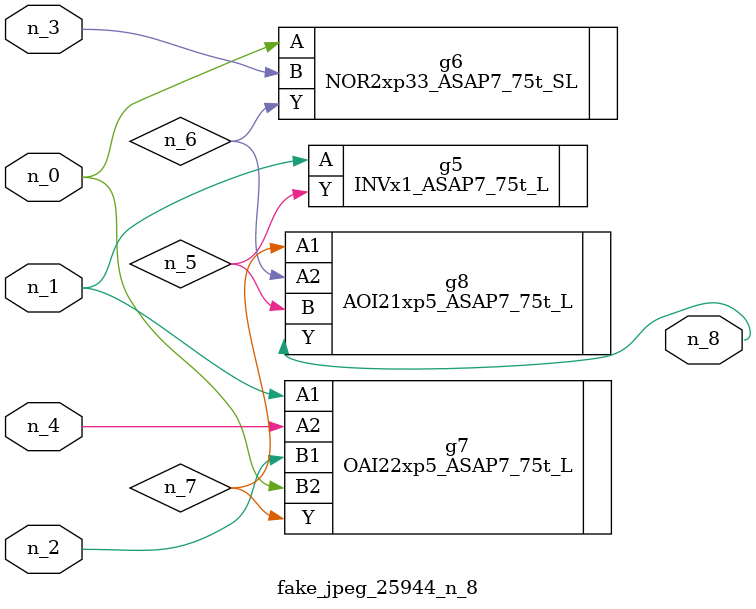
<source format=v>
module fake_jpeg_25944_n_8 (n_3, n_2, n_1, n_0, n_4, n_8);

input n_3;
input n_2;
input n_1;
input n_0;
input n_4;

output n_8;

wire n_6;
wire n_5;
wire n_7;

INVx1_ASAP7_75t_L g5 ( 
.A(n_1),
.Y(n_5)
);

NOR2xp33_ASAP7_75t_SL g6 ( 
.A(n_0),
.B(n_3),
.Y(n_6)
);

OAI22xp5_ASAP7_75t_L g7 ( 
.A1(n_1),
.A2(n_4),
.B1(n_2),
.B2(n_0),
.Y(n_7)
);

AOI21xp5_ASAP7_75t_L g8 ( 
.A1(n_7),
.A2(n_6),
.B(n_5),
.Y(n_8)
);


endmodule
</source>
